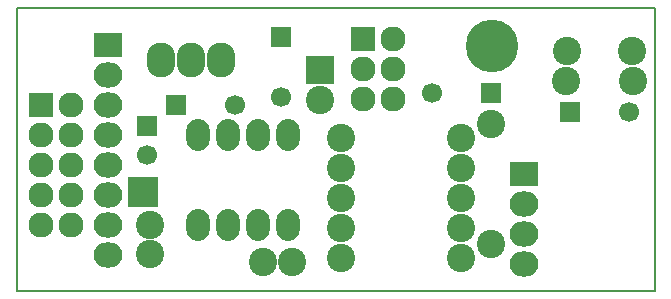
<source format=gbr>
G04 #@! TF.FileFunction,Soldermask,Bot*
%FSLAX46Y46*%
G04 Gerber Fmt 4.6, Leading zero omitted, Abs format (unit mm)*
G04 Created by KiCad (PCBNEW 4.0.1-stable) date Mittwoch, 17. Februar 2016 08:22:04*
%MOMM*%
G01*
G04 APERTURE LIST*
%ADD10C,0.100000*%
%ADD11C,0.150000*%
%ADD12C,4.464000*%
%ADD13C,2.398980*%
%ADD14R,1.700000X1.700000*%
%ADD15C,1.700000*%
%ADD16R,2.127200X2.127200*%
%ADD17O,2.127200X2.127200*%
%ADD18R,2.432000X2.127200*%
%ADD19O,2.432000X2.127200*%
%ADD20R,2.635200X2.635200*%
%ADD21O,2.000000X2.700000*%
%ADD22R,2.400000X2.400000*%
%ADD23C,2.400000*%
%ADD24O,2.432000X2.940000*%
G04 APERTURE END LIST*
D10*
D11*
X0Y24000000D02*
X0Y0D01*
X54000000Y24000000D02*
X0Y24000000D01*
X54000000Y24000000D02*
X54000000Y0D01*
X0Y0D02*
X54000000Y0D01*
D12*
X40259000Y20701000D03*
D13*
X11303000Y3088640D03*
X11303000Y5588000D03*
X23327360Y2413000D03*
X20828000Y2413000D03*
D14*
X11000000Y14000000D03*
D15*
X11000000Y11500000D03*
D13*
X46482000Y17780000D03*
X52070000Y20320000D03*
X46609000Y20320000D03*
X52197000Y17780000D03*
X40132000Y14097000D03*
X40132000Y3937000D03*
X37592000Y10414000D03*
X27432000Y10414000D03*
X37592000Y2794000D03*
X27432000Y2794000D03*
X27432000Y5334000D03*
X37592000Y5334000D03*
X27432000Y12954000D03*
X37592000Y12954000D03*
X37592000Y7874000D03*
X27432000Y7874000D03*
D16*
X29337000Y21336000D03*
D17*
X31877000Y21336000D03*
X29337000Y18796000D03*
X31877000Y18796000D03*
X29337000Y16256000D03*
X31877000Y16256000D03*
D18*
X7747000Y20828000D03*
D19*
X7747000Y18288000D03*
X7747000Y15748000D03*
X7747000Y13208000D03*
X7747000Y10668000D03*
X7747000Y8128000D03*
X7747000Y5588000D03*
X7747000Y3048000D03*
D20*
X10650000Y8350000D03*
D16*
X2032000Y15748000D03*
D17*
X4572000Y15748000D03*
X2032000Y13208000D03*
X4572000Y13208000D03*
X2032000Y10668000D03*
X4572000Y10668000D03*
X2032000Y8128000D03*
X4572000Y8128000D03*
X2032000Y5588000D03*
X4572000Y5588000D03*
D21*
X15367000Y5588000D03*
X17907000Y5588000D03*
X20447000Y5588000D03*
X22987000Y5588000D03*
X22987000Y13208000D03*
X20447000Y13208000D03*
X17907000Y13208000D03*
X15367000Y13208000D03*
D22*
X25654000Y18669000D03*
D23*
X25654000Y16129000D03*
D14*
X46863000Y15113000D03*
D15*
X51863000Y15113000D03*
D14*
X40132000Y16764000D03*
D15*
X35132000Y16764000D03*
D14*
X13462000Y15748000D03*
D15*
X18462000Y15748000D03*
D14*
X22352000Y21463000D03*
D15*
X22352000Y16463000D03*
D18*
X42926000Y9906000D03*
D19*
X42926000Y7366000D03*
X42926000Y4826000D03*
X42926000Y2286000D03*
D24*
X14732000Y19558000D03*
X17272000Y19558000D03*
X12192000Y19558000D03*
M02*

</source>
